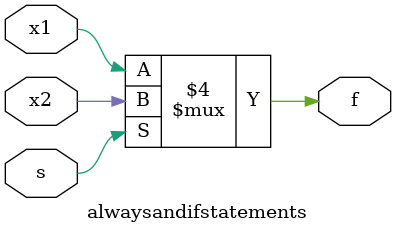
<source format=sv>
module alwaysandifstatements(input logic x1, x2, s, output logic f);
    always_comb // combinational logic //  equivalent to always @ (x1, x2, s) <- sensitivity list
    begin
        if (s==0) f = x1; // notice there are no assigns inside of always_comb
        else f = x2;
    end
endmodule
// this is a mux!!!
</source>
